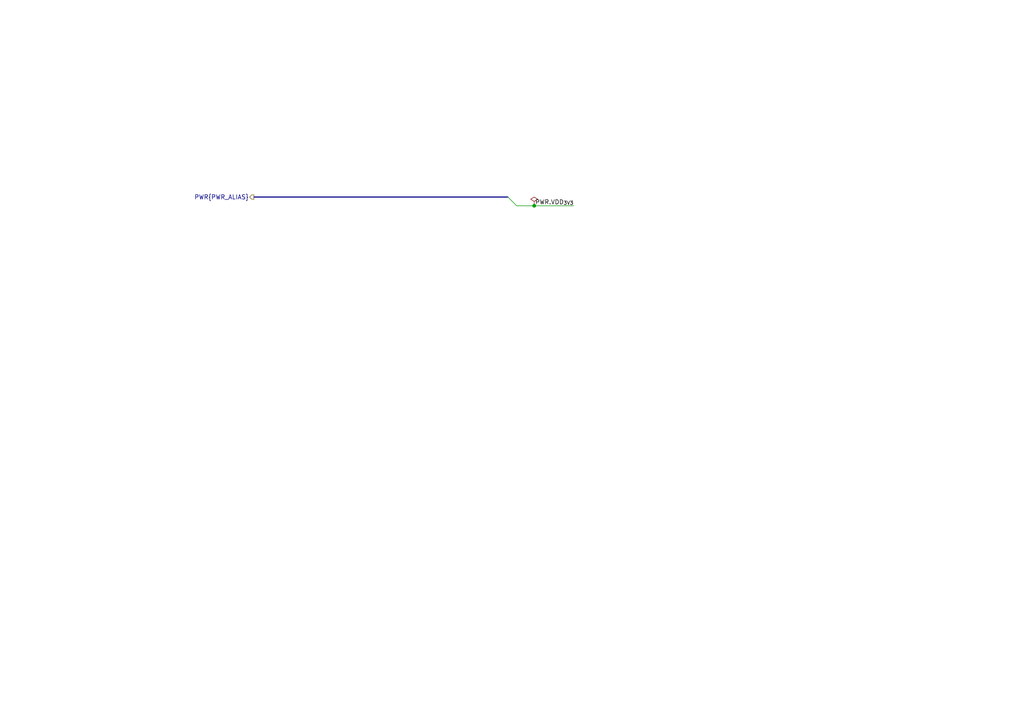
<source format=kicad_sch>
(kicad_sch (version 20231120) (generator "eeschema") (generator_version "8.0")
  (paper "A4")
  (lib_symbols
    (symbol "power:PWR_FLAG" (power) (pin_numbers hide) (pin_names (offset 0) hide)
      (property "Value" "PWR_FLAG" (at 0 3.81 0))
      (symbol "PWR_FLAG_0_0"
        (pin power_out line (at 0 0 90) (length 0) (name "~") (number "1"))
      )
      (symbol "PWR_FLAG_0_1"
        (polyline (pts (xy 0 0) (xy 0 1.27) (xy -1.016 1.905) (xy 0 2.54) (xy 1.016 1.905) (xy 0 1.27)))
      )
    )
  )
  (bus_alias "PWR_ALIAS" (members "VDD_{CPU}" "VDD_{3V3}" "VDD_{CORE}" "VDD_{DDR}" "VBAT_{RTC}" "VDD_{USB}"))
  (junction (at 154.94 59.69))
  (bus_entry (at 147.32 57.15) (size 2.54 2.54))
  (wire (pts (xy 154.94 59.69) (xy 166.37 59.69)))
  (bus (pts (xy 73.66 57.15) (xy 147.32 57.15)))
  (wire (pts (xy 149.86 59.69) (xy 154.94 59.69)))
  (label "PWR.VDD_{3V3}" (at 166.37 59.69 180))
  (hierarchical_label "PWR{PWR_ALIAS}" (shape output) (at 73.66 57.15 180))
  (symbol (lib_id "power:PWR_FLAG") (at 154.94 59.69 0) (unit 1)
    (property "Reference" "#FLG01" (effects (hide yes)))
    (property "Value" "PWR_FLAG" (effects (hide yes)))
    (property "Description" "Special symbol for telling ERC where power comes from" (effects (hide yes)))
  )
)
</source>
